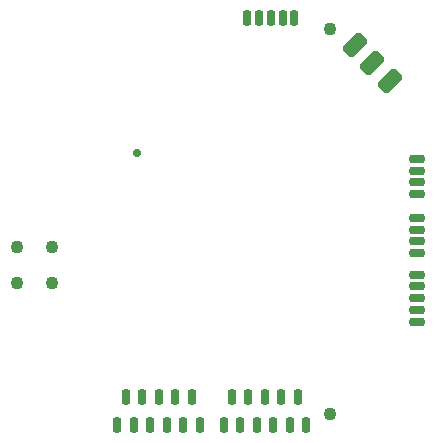
<source format=gbs>
G04*
G04 #@! TF.GenerationSoftware,Altium Limited,Altium Designer,20.0.13 (296)*
G04*
G04 Layer_Color=16711935*
%FSLAX25Y25*%
%MOIN*%
G70*
G01*
G75*
G04:AMPARAMS|DCode=64|XSize=82.68mil|YSize=51.18mil|CornerRadius=13.78mil|HoleSize=0mil|Usage=FLASHONLY|Rotation=225.000|XOffset=0mil|YOffset=0mil|HoleType=Round|Shape=RoundedRectangle|*
%AMROUNDEDRECTD64*
21,1,0.08268,0.02362,0,0,225.0*
21,1,0.05512,0.05118,0,0,225.0*
1,1,0.02756,-0.02784,-0.01114*
1,1,0.02756,0.01114,0.02784*
1,1,0.02756,0.02784,0.01114*
1,1,0.02756,-0.01114,-0.02784*
%
%ADD64ROUNDEDRECTD64*%
%ADD65C,0.02756*%
G04:AMPARAMS|DCode=76|XSize=27.56mil|YSize=51.18mil|CornerRadius=7.87mil|HoleSize=0mil|Usage=FLASHONLY|Rotation=0.000|XOffset=0mil|YOffset=0mil|HoleType=Round|Shape=RoundedRectangle|*
%AMROUNDEDRECTD76*
21,1,0.02756,0.03543,0,0,0.0*
21,1,0.01181,0.05118,0,0,0.0*
1,1,0.01575,0.00591,-0.01772*
1,1,0.01575,-0.00591,-0.01772*
1,1,0.01575,-0.00591,0.01772*
1,1,0.01575,0.00591,0.01772*
%
%ADD76ROUNDEDRECTD76*%
G04:AMPARAMS|DCode=77|XSize=27.56mil|YSize=51.18mil|CornerRadius=7.87mil|HoleSize=0mil|Usage=FLASHONLY|Rotation=90.000|XOffset=0mil|YOffset=0mil|HoleType=Round|Shape=RoundedRectangle|*
%AMROUNDEDRECTD77*
21,1,0.02756,0.03543,0,0,90.0*
21,1,0.01181,0.05118,0,0,90.0*
1,1,0.01575,0.01772,0.00591*
1,1,0.01575,0.01772,-0.00591*
1,1,0.01575,-0.01772,-0.00591*
1,1,0.01575,-0.01772,0.00591*
%
%ADD77ROUNDEDRECTD77*%
%ADD78C,0.04331*%
D64*
X118504Y130315D02*
D03*
X130315Y118504D02*
D03*
X124409Y124409D02*
D03*
D65*
X46063Y94488D02*
D03*
D76*
X66929Y3937D02*
D03*
X77559Y12992D02*
D03*
X85827Y3937D02*
D03*
X102362D02*
D03*
X55905D02*
D03*
X50394D02*
D03*
X47638Y12992D02*
D03*
X80315Y3937D02*
D03*
X96850D02*
D03*
X99606Y12992D02*
D03*
X61417Y3937D02*
D03*
X82677Y139370D02*
D03*
X90551D02*
D03*
X88583Y12992D02*
D03*
X98425Y139370D02*
D03*
X86614D02*
D03*
X53150Y12992D02*
D03*
X44882Y3937D02*
D03*
X42126Y12992D02*
D03*
X58661D02*
D03*
X74803Y3937D02*
D03*
X64173Y12992D02*
D03*
X94095D02*
D03*
X94488Y139370D02*
D03*
X91339Y3937D02*
D03*
X83071Y12992D02*
D03*
X39370Y3937D02*
D03*
D77*
X139370Y38189D02*
D03*
Y50000D02*
D03*
Y42126D02*
D03*
Y46063D02*
D03*
Y53937D02*
D03*
X139370Y80709D02*
D03*
Y84646D02*
D03*
Y92520D02*
D03*
Y88583D02*
D03*
Y61024D02*
D03*
Y64961D02*
D03*
Y72835D02*
D03*
Y68898D02*
D03*
D78*
X17717Y62992D02*
D03*
X5906Y51181D02*
D03*
X110236Y135827D02*
D03*
Y7480D02*
D03*
X5906Y62992D02*
D03*
X17717Y51181D02*
D03*
M02*

</source>
